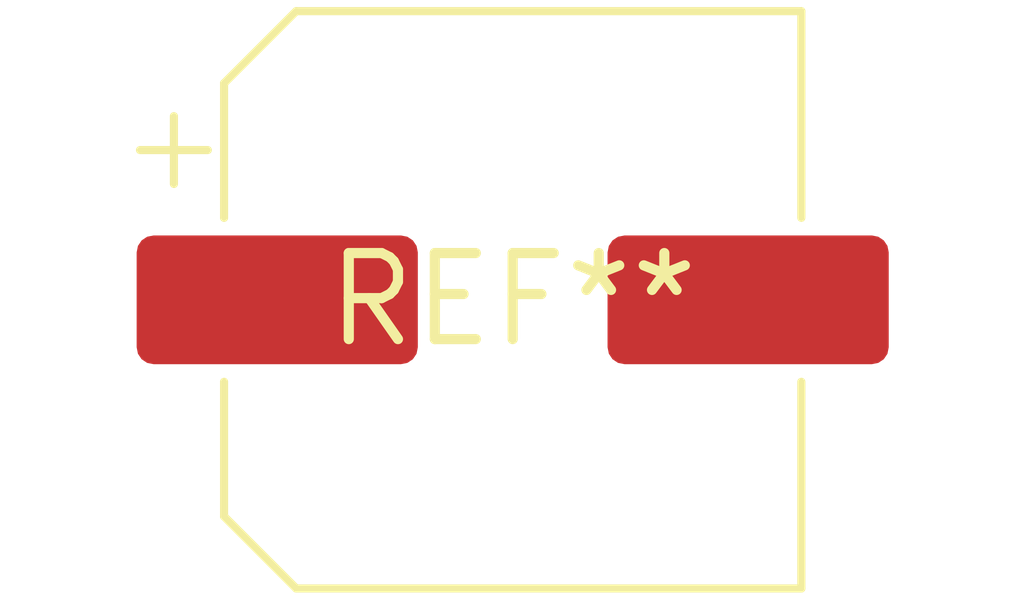
<source format=kicad_pcb>
(kicad_pcb (version 20240108) (generator pcbnew)
  (layers (0 "F.Cu" signal) (31 "B.Cu" signal) (34 "B.Paste" user) (35 "F.Paste" user) (36 "B.SilkS" user "B.Silkscreen") (37 "F.SilkS" user "F.Silkscreen") (38 "B.Mask" user) (39 "F.Mask" user) (44 "Edge.Cuts" user))
  (net 0 "")
  (footprint "CP_Elec_8x11.9" (layer "F.Cu") (at 0 0)
    (property "Reference" "REF**")
    (property "Value" "CP_Elec_8x11.9")
    (fp_line (start -5.5 -2.21) (end -4.5 -2.21) (layer "F.SilkS") (stroke (width 0.12)))
    (fp_line (start -5 -2.71) (end -5 -1.71) (layer "F.SilkS") (stroke (width 0.12)))
    (fp_line (start -4.26 -3.195563) (end -4.26 -1.21) (layer "F.SilkS") (stroke (width 0.12)))
    (fp_line (start -4.26 -3.195563) (end -3.195563 -4.26) (layer "F.SilkS") (stroke (width 0.12)))
    (fp_line (start -4.26 3.195563) (end -4.26 1.21) (layer "F.SilkS") (stroke (width 0.12)))
    (fp_line (start -4.26 3.195563) (end -3.195563 4.26) (layer "F.SilkS") (stroke (width 0.12)))
    (fp_line (start -3.195563 -4.26) (end 4.26 -4.26) (layer "F.SilkS") (stroke (width 0.12)))
    (fp_line (start -3.195563 4.26) (end 4.26 4.26) (layer "F.SilkS") (stroke (width 0.12)))
    (fp_line (start 4.26 -4.26) (end 4.26 -1.21) (layer "F.SilkS") (stroke (width 0.12)))
    (fp_line (start 4.26 4.26) (end 4.26 1.21) (layer "F.SilkS") (stroke (width 0.12)))
    (pad "1" smd roundrect (at -3.475 0) (size 4.15 1.9) (layers "F.Cu" "F.Paste" "F.Mask") (roundrect_rratio 0.131579))
    (pad "2" smd roundrect (at 3.475 0) (size 4.15 1.9) (layers "F.Cu" "F.Paste" "F.Mask") (roundrect_rratio 0.131579))
  )
)
</source>
